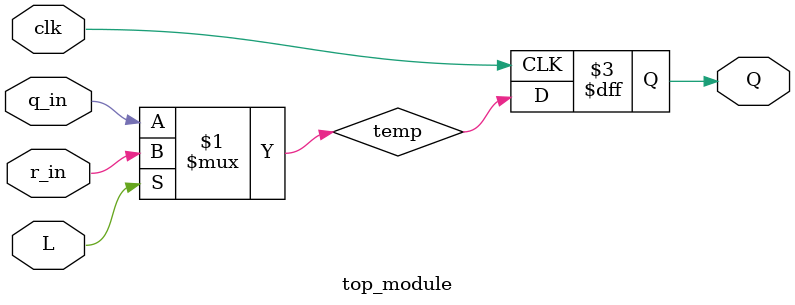
<source format=v>
module top_module (
	input clk,
	input L,
	input r_in,
	input q_in,
	output reg Q);
    
    wire temp = L ? r_in : q_in;
    
    always@(posedge clk)
        Q <= temp;

endmodule

</source>
